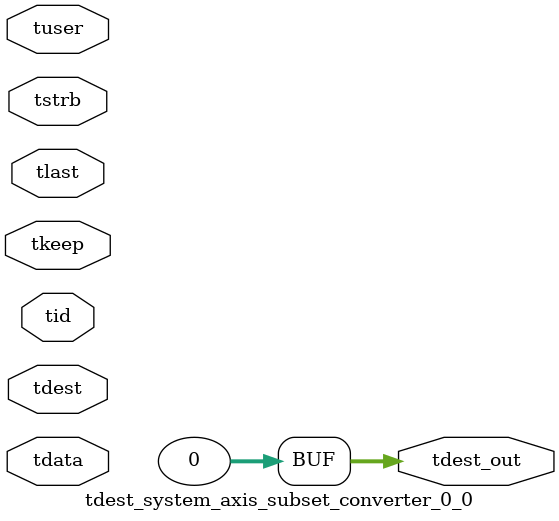
<source format=v>


`timescale 1ps/1ps

module tdest_system_axis_subset_converter_0_0 #
(
parameter C_S_AXIS_TDATA_WIDTH = 32,
parameter C_S_AXIS_TUSER_WIDTH = 0,
parameter C_S_AXIS_TID_WIDTH   = 0,
parameter C_S_AXIS_TDEST_WIDTH = 0,
parameter C_M_AXIS_TDEST_WIDTH = 32
)
(
input  [(C_S_AXIS_TDATA_WIDTH == 0 ? 1 : C_S_AXIS_TDATA_WIDTH)-1:0     ] tdata,
input  [(C_S_AXIS_TUSER_WIDTH == 0 ? 1 : C_S_AXIS_TUSER_WIDTH)-1:0     ] tuser,
input  [(C_S_AXIS_TID_WIDTH   == 0 ? 1 : C_S_AXIS_TID_WIDTH)-1:0       ] tid,
input  [(C_S_AXIS_TDEST_WIDTH == 0 ? 1 : C_S_AXIS_TDEST_WIDTH)-1:0     ] tdest,
input  [(C_S_AXIS_TDATA_WIDTH/8)-1:0 ] tkeep,
input  [(C_S_AXIS_TDATA_WIDTH/8)-1:0 ] tstrb,
input                                                                    tlast,
output [C_M_AXIS_TDEST_WIDTH-1:0] tdest_out
);

assign tdest_out = {1'b0};

endmodule


</source>
